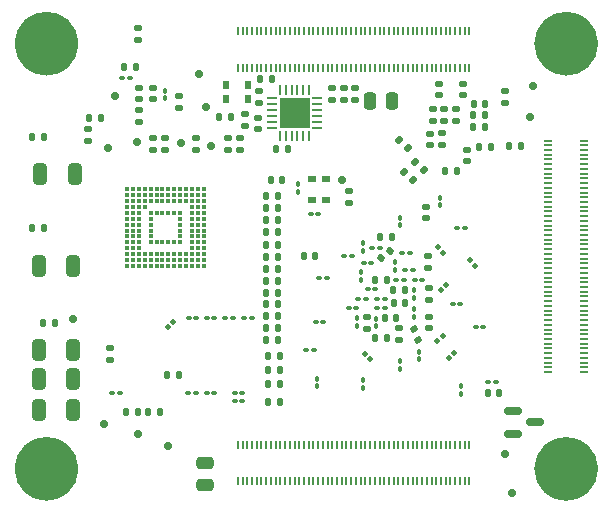
<source format=gbs>
G04 #@! TF.GenerationSoftware,KiCad,Pcbnew,8.0.0~rc2-1e5b68cb87~176~ubuntu22.04.1*
G04 #@! TF.CreationDate,2024-06-10T16:32:28+02:00*
G04 #@! TF.ProjectId,prova_fpga,70726f76-615f-4667-9067-612e6b696361,rev?*
G04 #@! TF.SameCoordinates,Original*
G04 #@! TF.FileFunction,Soldermask,Bot*
G04 #@! TF.FilePolarity,Negative*
%FSLAX46Y46*%
G04 Gerber Fmt 4.6, Leading zero omitted, Abs format (unit mm)*
G04 Created by KiCad (PCBNEW 8.0.0~rc2-1e5b68cb87~176~ubuntu22.04.1) date 2024-06-10 16:32:28*
%MOMM*%
%LPD*%
G01*
G04 APERTURE LIST*
G04 Aperture macros list*
%AMRoundRect*
0 Rectangle with rounded corners*
0 $1 Rounding radius*
0 $2 $3 $4 $5 $6 $7 $8 $9 X,Y pos of 4 corners*
0 Add a 4 corners polygon primitive as box body*
4,1,4,$2,$3,$4,$5,$6,$7,$8,$9,$2,$3,0*
0 Add four circle primitives for the rounded corners*
1,1,$1+$1,$2,$3*
1,1,$1+$1,$4,$5*
1,1,$1+$1,$6,$7*
1,1,$1+$1,$8,$9*
0 Add four rect primitives between the rounded corners*
20,1,$1+$1,$2,$3,$4,$5,0*
20,1,$1+$1,$4,$5,$6,$7,0*
20,1,$1+$1,$6,$7,$8,$9,0*
20,1,$1+$1,$8,$9,$2,$3,0*%
G04 Aperture macros list end*
%ADD10C,2.700005*%
%ADD11C,2.700000*%
%ADD12RoundRect,0.135000X-0.135000X-0.185000X0.135000X-0.185000X0.135000X0.185000X-0.135000X0.185000X0*%
%ADD13RoundRect,0.100000X0.100000X-0.130000X0.100000X0.130000X-0.100000X0.130000X-0.100000X-0.130000X0*%
%ADD14RoundRect,0.100000X-0.162635X0.021213X0.021213X-0.162635X0.162635X-0.021213X-0.021213X0.162635X0*%
%ADD15RoundRect,0.135000X0.135000X0.185000X-0.135000X0.185000X-0.135000X-0.185000X0.135000X-0.185000X0*%
%ADD16C,0.700000*%
%ADD17RoundRect,0.100000X0.021213X0.162635X-0.162635X-0.021213X-0.021213X-0.162635X0.162635X0.021213X0*%
%ADD18RoundRect,0.100000X-0.100000X0.130000X-0.100000X-0.130000X0.100000X-0.130000X0.100000X0.130000X0*%
%ADD19RoundRect,0.100000X-0.130000X-0.100000X0.130000X-0.100000X0.130000X0.100000X-0.130000X0.100000X0*%
%ADD20RoundRect,0.140000X-0.140000X-0.170000X0.140000X-0.170000X0.140000X0.170000X-0.140000X0.170000X0*%
%ADD21RoundRect,0.150000X-0.587500X-0.150000X0.587500X-0.150000X0.587500X0.150000X-0.587500X0.150000X0*%
%ADD22RoundRect,0.062500X-0.062500X0.350000X-0.062500X-0.350000X0.062500X-0.350000X0.062500X0.350000X0*%
%ADD23RoundRect,0.062500X-0.350000X0.062500X-0.350000X-0.062500X0.350000X-0.062500X0.350000X0.062500X0*%
%ADD24R,2.600000X2.600000*%
%ADD25RoundRect,0.140000X-0.170000X0.140000X-0.170000X-0.140000X0.170000X-0.140000X0.170000X0.140000X0*%
%ADD26RoundRect,0.140000X0.170000X-0.140000X0.170000X0.140000X-0.170000X0.140000X-0.170000X-0.140000X0*%
%ADD27RoundRect,0.135000X-0.185000X0.135000X-0.185000X-0.135000X0.185000X-0.135000X0.185000X0.135000X0*%
%ADD28RoundRect,0.147500X0.147500X0.172500X-0.147500X0.172500X-0.147500X-0.172500X0.147500X-0.172500X0*%
%ADD29RoundRect,0.250000X0.325000X0.650000X-0.325000X0.650000X-0.325000X-0.650000X0.325000X-0.650000X0*%
%ADD30RoundRect,0.140000X0.140000X0.170000X-0.140000X0.170000X-0.140000X-0.170000X0.140000X-0.170000X0*%
%ADD31RoundRect,0.147500X0.172500X-0.147500X0.172500X0.147500X-0.172500X0.147500X-0.172500X-0.147500X0*%
%ADD32RoundRect,0.100000X0.130000X0.100000X-0.130000X0.100000X-0.130000X-0.100000X0.130000X-0.100000X0*%
%ADD33RoundRect,0.135000X0.185000X-0.135000X0.185000X0.135000X-0.185000X0.135000X-0.185000X-0.135000X0*%
%ADD34R,0.200000X0.700000*%
%ADD35RoundRect,0.250000X-0.250000X-0.475000X0.250000X-0.475000X0.250000X0.475000X-0.250000X0.475000X0*%
%ADD36RoundRect,0.250000X0.475000X-0.250000X0.475000X0.250000X-0.475000X0.250000X-0.475000X-0.250000X0*%
%ADD37RoundRect,0.147500X-0.147500X-0.172500X0.147500X-0.172500X0.147500X0.172500X-0.147500X0.172500X0*%
%ADD38RoundRect,0.135000X0.226274X0.035355X0.035355X0.226274X-0.226274X-0.035355X-0.035355X-0.226274X0*%
%ADD39C,0.390000*%
%ADD40RoundRect,0.135000X0.220016X-0.063585X0.127670X0.190132X-0.220016X0.063585X-0.127670X-0.190132X0*%
%ADD41RoundRect,0.100000X-0.021213X-0.162635X0.162635X0.021213X0.021213X0.162635X-0.162635X-0.021213X0*%
%ADD42RoundRect,0.135000X-0.226274X-0.035355X-0.035355X-0.226274X0.226274X0.035355X0.035355X0.226274X0*%
%ADD43R,0.800000X0.600000*%
%ADD44R,0.700000X0.200000*%
%ADD45R,0.600000X0.800000*%
%ADD46RoundRect,0.140000X-0.002028X0.220218X-0.216520X0.040237X0.002028X-0.220218X0.216520X-0.040237X0*%
%ADD47RoundRect,0.147500X-0.172500X0.147500X-0.172500X-0.147500X0.172500X-0.147500X0.172500X0.147500X0*%
G04 APERTURE END LIST*
D10*
X111850002Y-94000000D02*
G75*
G02*
X109149998Y-94000000I-1350002J0D01*
G01*
X109149998Y-94000000D02*
G75*
G02*
X111850002Y-94000000I1350002J0D01*
G01*
X155850002Y-94000000D02*
G75*
G02*
X153149998Y-94000000I-1350002J0D01*
G01*
X153149998Y-94000000D02*
G75*
G02*
X155850002Y-94000000I1350002J0D01*
G01*
X111850002Y-130000000D02*
G75*
G02*
X109149998Y-130000000I-1350002J0D01*
G01*
X109149998Y-130000000D02*
G75*
G02*
X111850002Y-130000000I1350002J0D01*
G01*
X155850002Y-130000000D02*
G75*
G02*
X153149998Y-130000000I-1350002J0D01*
G01*
X153149998Y-130000000D02*
G75*
G02*
X155850002Y-130000000I1350002J0D01*
G01*
D11*
X110500000Y-94000000D03*
X154500000Y-94000000D03*
X110500000Y-130000000D03*
X154500000Y-130000000D03*
D12*
X138290000Y-118950000D03*
X139310000Y-118950000D03*
D13*
X131800000Y-106545000D03*
X131800000Y-105905000D03*
D14*
X146323726Y-112333726D03*
X146776274Y-112786274D03*
D15*
X130110000Y-118080000D03*
X129090000Y-118080000D03*
X130110000Y-112060000D03*
X129090000Y-112060000D03*
D16*
X149300000Y-128700000D03*
D17*
X144356274Y-114443726D03*
X143903726Y-114896274D03*
D18*
X136750000Y-117255000D03*
X136750000Y-117895000D03*
D16*
X118210000Y-127020000D03*
D19*
X136104998Y-116400000D03*
X136744998Y-116400000D03*
D20*
X132295000Y-111975000D03*
X133255000Y-111975000D03*
D12*
X109250000Y-109600000D03*
X110270000Y-109600000D03*
D21*
X149962500Y-127012500D03*
X149962500Y-125112500D03*
X151837500Y-126062500D03*
D22*
X130250000Y-97937500D03*
X130750000Y-97937500D03*
X131250000Y-97937500D03*
X131750000Y-97937500D03*
X132250000Y-97937500D03*
X132750000Y-97937500D03*
D23*
X133437500Y-98625000D03*
X133437500Y-99125000D03*
X133437500Y-99625000D03*
X133437500Y-100125000D03*
X133437500Y-100625000D03*
X133437500Y-101125000D03*
D22*
X132750000Y-101812500D03*
X132250000Y-101812500D03*
X131750000Y-101812500D03*
X131250000Y-101812500D03*
X130750000Y-101812500D03*
X130250000Y-101812500D03*
D23*
X129562500Y-101125000D03*
X129562500Y-100625000D03*
X129562500Y-100125000D03*
X129562500Y-99625000D03*
X129562500Y-99125000D03*
X129562500Y-98625000D03*
D24*
X131500000Y-99875000D03*
D25*
X128450000Y-100290000D03*
X128450000Y-101250000D03*
D16*
X120800000Y-128100000D03*
D26*
X121700000Y-99405000D03*
X121700000Y-98445000D03*
D25*
X142650000Y-107795000D03*
X142650000Y-108755000D03*
D27*
X126900000Y-101990000D03*
X126900000Y-103010000D03*
D28*
X140825000Y-114870000D03*
X139855000Y-114870000D03*
D29*
X112775000Y-112800000D03*
X109825000Y-112800000D03*
D30*
X140130000Y-117190000D03*
X139170000Y-117190000D03*
D31*
X144175000Y-100510000D03*
X144175000Y-99540000D03*
D19*
X124054998Y-117199999D03*
X124694998Y-117199999D03*
X144880000Y-116000000D03*
X145520000Y-116000000D03*
D32*
X145920000Y-109600000D03*
X145280000Y-109600000D03*
D33*
X127300000Y-101010000D03*
X127300000Y-99990000D03*
D16*
X118150000Y-102300000D03*
D18*
X140390000Y-120880000D03*
X140390000Y-121520000D03*
D28*
X130455000Y-105530000D03*
X129485000Y-105530000D03*
D20*
X138329998Y-113969999D03*
X139289998Y-113969999D03*
D27*
X118250000Y-92690000D03*
X118250000Y-93710000D03*
D14*
X143648726Y-111248726D03*
X144101274Y-111701274D03*
D13*
X143825000Y-107670000D03*
X143825000Y-107030000D03*
D16*
X123400000Y-96600000D03*
D19*
X126440000Y-124274999D03*
X127080000Y-124274999D03*
D15*
X129635000Y-97000000D03*
X128615000Y-97000000D03*
D32*
X137990000Y-112550000D03*
X137350000Y-112550000D03*
D33*
X118300000Y-100610000D03*
X118300000Y-99590000D03*
D12*
X109240000Y-101875000D03*
X110260000Y-101875000D03*
D29*
X112775000Y-119900000D03*
X109825000Y-119900000D03*
D32*
X139119998Y-116389999D03*
X138479998Y-116389999D03*
D18*
X145600000Y-122980000D03*
X145600000Y-123620000D03*
D19*
X140100000Y-113999999D03*
X140740000Y-113999999D03*
D15*
X118060000Y-96000000D03*
X117040000Y-96000000D03*
D34*
X126700000Y-92960000D03*
X126700000Y-96040000D03*
X127100000Y-92960000D03*
X127100000Y-96040000D03*
X127500000Y-92960000D03*
X127500000Y-96040000D03*
X127900000Y-92960000D03*
X127900000Y-96040000D03*
X128300000Y-92960000D03*
X128300000Y-96040000D03*
X128700000Y-92960000D03*
X128700000Y-96040000D03*
X129100000Y-92960000D03*
X129100000Y-96040000D03*
X129500000Y-92960000D03*
X129500000Y-96040000D03*
X129900000Y-92960000D03*
X129900000Y-96040000D03*
X130300000Y-92960000D03*
X130300000Y-96040000D03*
X130700000Y-92960000D03*
X130700000Y-96040000D03*
X131100000Y-92960000D03*
X131100000Y-96040000D03*
X131500000Y-92960000D03*
X131500000Y-96040000D03*
X131900000Y-92960000D03*
X131900000Y-96040000D03*
X132300000Y-92960000D03*
X132300000Y-96040000D03*
X132700000Y-92960000D03*
X132700000Y-96040000D03*
X133100000Y-92960000D03*
X133100000Y-96040000D03*
X133500000Y-92960000D03*
X133500000Y-96040000D03*
X133900000Y-92960000D03*
X133900000Y-96040000D03*
X134300000Y-92960000D03*
X134300000Y-96040000D03*
X134700000Y-92960000D03*
X134700000Y-96040000D03*
X135100000Y-92960000D03*
X135100000Y-96040000D03*
X135500000Y-92960000D03*
X135500000Y-96040000D03*
X135900000Y-92960000D03*
X135900000Y-96040000D03*
X136300000Y-92960000D03*
X136300000Y-96040000D03*
X136700000Y-92960000D03*
X136700000Y-96040000D03*
X137100000Y-92960000D03*
X137100000Y-96040000D03*
X137500000Y-92960000D03*
X137500000Y-96040000D03*
X137900000Y-92960000D03*
X137900000Y-96040000D03*
X138300000Y-92960000D03*
X138300000Y-96040000D03*
X138700000Y-92960000D03*
X138700000Y-96040000D03*
X139100000Y-92960000D03*
X139100000Y-96040000D03*
X139500000Y-92960000D03*
X139500000Y-96040000D03*
X139900000Y-92960000D03*
X139900000Y-96040000D03*
X140300000Y-92960000D03*
X140300000Y-96040000D03*
X140700000Y-92960000D03*
X140700000Y-96040000D03*
X141100000Y-92960000D03*
X141100000Y-96040000D03*
X141500000Y-92960000D03*
X141500000Y-96040000D03*
X141900000Y-92960000D03*
X141900000Y-96040000D03*
X142300000Y-92960000D03*
X142300000Y-96040000D03*
X142700000Y-92960000D03*
X142700000Y-96040000D03*
X143100000Y-92960000D03*
X143100000Y-96040000D03*
X143500000Y-92960000D03*
X143500000Y-96040000D03*
X143900000Y-92960000D03*
X143900000Y-96040000D03*
X144300000Y-92960000D03*
X144300000Y-96040000D03*
X144700000Y-92960000D03*
X144700000Y-96040000D03*
X145100000Y-92960000D03*
X145100000Y-96040000D03*
X145500000Y-92960000D03*
X145500000Y-96040000D03*
X145900000Y-92960000D03*
X145900000Y-96040000D03*
X146300000Y-92960000D03*
X146300000Y-96040000D03*
D16*
X116300000Y-98450000D03*
D17*
X145036274Y-120163726D03*
X144583726Y-120616274D03*
D15*
X130109998Y-117049999D03*
X129089998Y-117049999D03*
X130110000Y-119110000D03*
X129090000Y-119110000D03*
D27*
X115860000Y-119760000D03*
X115860000Y-120780000D03*
D32*
X133495000Y-108450000D03*
X132855000Y-108450000D03*
D35*
X137850000Y-98840000D03*
X139750000Y-98840000D03*
D19*
X141680000Y-114000000D03*
X142320000Y-114000000D03*
X138480000Y-115600000D03*
X139120000Y-115600000D03*
D15*
X118240000Y-125180000D03*
X117220000Y-125180000D03*
D26*
X142975000Y-102605000D03*
X142975000Y-101645000D03*
D36*
X123910000Y-131390000D03*
X123910000Y-129490000D03*
D15*
X130260000Y-122850000D03*
X129240000Y-122850000D03*
D25*
X143760000Y-97410000D03*
X143760000Y-98370000D03*
D30*
X130930000Y-102920000D03*
X129970000Y-102920000D03*
D19*
X122554998Y-117199999D03*
X123194998Y-117199999D03*
D15*
X121709998Y-122074999D03*
X120689998Y-122074999D03*
D19*
X137679998Y-114799999D03*
X138319998Y-114799999D03*
D37*
X138764999Y-110375002D03*
X139734999Y-110375000D03*
D19*
X116930000Y-96900000D03*
X117570000Y-96900000D03*
D33*
X149320000Y-99020000D03*
X149320000Y-98000000D03*
D30*
X140860000Y-115970000D03*
X139900000Y-115970000D03*
D19*
X140879998Y-113200000D03*
X141519998Y-113200000D03*
X138079999Y-111275000D03*
X138719999Y-111275000D03*
D18*
X137300000Y-122480000D03*
X137300000Y-123120000D03*
D31*
X135650000Y-98735000D03*
X135650000Y-97765000D03*
D15*
X130110000Y-108920000D03*
X129090000Y-108920000D03*
D38*
X142421248Y-104721248D03*
X141700000Y-104000000D03*
D16*
X112720000Y-117300000D03*
D32*
X136370000Y-112000000D03*
X135730000Y-112000000D03*
D15*
X130110000Y-109970000D03*
X129090000Y-109970000D03*
D18*
X139999999Y-112480001D03*
X139999999Y-113120001D03*
D15*
X120150000Y-125190000D03*
X119130000Y-125190000D03*
X150670000Y-102650000D03*
X149650000Y-102650000D03*
D16*
X115400000Y-126200000D03*
D15*
X130110000Y-111024999D03*
X129090000Y-111024999D03*
D33*
X143975000Y-102584999D03*
X143975000Y-101565001D03*
D12*
X147090000Y-102750000D03*
X148110000Y-102750000D03*
D33*
X119500000Y-103010000D03*
X119500000Y-101990000D03*
D39*
X117314998Y-106319999D03*
X117314998Y-106819999D03*
X117314998Y-107319999D03*
X117314998Y-107819999D03*
X117314998Y-108319999D03*
X117314998Y-108819999D03*
X117314998Y-109319999D03*
X117314998Y-109819999D03*
X117314998Y-110319999D03*
X117314998Y-110819999D03*
X117314998Y-111319999D03*
X117314998Y-111819999D03*
X117314998Y-112319999D03*
X117314998Y-112819999D03*
X117814998Y-106319999D03*
X117814998Y-106819999D03*
X117814998Y-107319999D03*
X117814998Y-107819999D03*
X117814998Y-108319999D03*
X117814998Y-108819999D03*
X117814998Y-109319999D03*
X117814998Y-109819999D03*
X117814998Y-110319999D03*
X117814998Y-110819999D03*
X117814998Y-111319999D03*
X117814998Y-111819999D03*
X117814998Y-112319999D03*
X117814998Y-112819999D03*
X118314998Y-106319999D03*
X118314998Y-106819999D03*
X118314998Y-107319999D03*
X118314998Y-107819999D03*
X118314998Y-108319999D03*
X118314998Y-108819999D03*
X118314998Y-109319999D03*
X118314998Y-109819999D03*
X118314998Y-110319999D03*
X118314998Y-110819999D03*
X118314998Y-111319999D03*
X118314998Y-111819999D03*
X118314998Y-112319999D03*
X118314998Y-112819999D03*
X118814998Y-106319999D03*
X118814998Y-106819999D03*
X118814998Y-107319999D03*
X118814998Y-107819999D03*
X118814998Y-111819999D03*
X118814998Y-112319999D03*
X118814998Y-112819999D03*
X119314998Y-106319999D03*
X119314998Y-106819999D03*
X119314998Y-107319999D03*
X119314998Y-108319999D03*
X119314998Y-108819999D03*
X119314998Y-109319999D03*
X119314998Y-109819999D03*
X119314998Y-110319999D03*
X119314998Y-110819999D03*
X119314998Y-111819999D03*
X119314998Y-112319999D03*
X119314998Y-112819999D03*
X119814998Y-106319999D03*
X119814998Y-106819999D03*
X119814998Y-107319999D03*
X119814998Y-108319999D03*
X119814998Y-110819999D03*
X119814998Y-111819999D03*
X119814998Y-112319999D03*
X119814998Y-112819999D03*
X120314998Y-106319999D03*
X120314998Y-106819999D03*
X120314998Y-107319999D03*
X120314998Y-108319999D03*
X120314998Y-110819999D03*
X120314998Y-111819999D03*
X120314998Y-112319999D03*
X120314998Y-112819999D03*
X120814998Y-106319999D03*
X120814998Y-106819999D03*
X120814998Y-107319999D03*
X120814998Y-108319999D03*
X120814998Y-110819999D03*
X120814998Y-111819999D03*
X120814998Y-112319999D03*
X120814998Y-112819999D03*
X121314998Y-106319999D03*
X121314998Y-106819999D03*
X121314998Y-107319999D03*
X121314998Y-108319999D03*
X121314998Y-110819999D03*
X121314998Y-111819999D03*
X121314998Y-112319999D03*
X121314998Y-112819999D03*
X121814998Y-106319999D03*
X121814998Y-106819999D03*
X121814998Y-107319999D03*
X121814998Y-108319999D03*
X121814998Y-108819999D03*
X121814998Y-109319999D03*
X121814998Y-109819999D03*
X121814998Y-110319999D03*
X121814998Y-110819999D03*
X121814998Y-111819999D03*
X121814998Y-112319999D03*
X121814998Y-112819999D03*
X122314998Y-106319999D03*
X122314998Y-106819999D03*
X122314998Y-107319999D03*
X122314998Y-111819999D03*
X122314998Y-112319999D03*
X122314998Y-112819999D03*
X122814998Y-106319999D03*
X122814998Y-106819999D03*
X122814998Y-107319999D03*
X122814998Y-107819999D03*
X122814998Y-108319999D03*
X122814998Y-108819999D03*
X122814998Y-109319999D03*
X122814998Y-109819999D03*
X122814998Y-110319999D03*
X122814998Y-110819999D03*
X122814998Y-111319999D03*
X122814998Y-111819999D03*
X122814998Y-112319999D03*
X122814998Y-112819999D03*
X123314998Y-106319999D03*
X123314998Y-106819999D03*
X123314998Y-107319999D03*
X123314998Y-107819999D03*
X123314998Y-108319999D03*
X123314998Y-108819999D03*
X123314998Y-109319999D03*
X123314998Y-109819999D03*
X123314998Y-110319999D03*
X123314998Y-110819999D03*
X123314998Y-111319999D03*
X123314998Y-111819999D03*
X123314998Y-112319999D03*
X123314998Y-112819999D03*
X123814998Y-106319999D03*
X123814998Y-106819999D03*
X123814998Y-107319999D03*
X123814998Y-107819999D03*
X123814998Y-108319999D03*
X123814998Y-108819999D03*
X123814998Y-109319999D03*
X123814998Y-109819999D03*
X123814998Y-110319999D03*
X123814998Y-110819999D03*
X123814998Y-111319999D03*
X123814998Y-111819999D03*
X123814998Y-112319999D03*
X123814998Y-112819999D03*
D15*
X147635000Y-101025000D03*
X146615000Y-101025000D03*
D40*
X141974430Y-119079243D03*
X141625570Y-118120757D03*
D13*
X120500000Y-98620000D03*
X120500000Y-97980000D03*
D25*
X145750000Y-97400000D03*
X145750000Y-98360000D03*
D29*
X112875000Y-105000000D03*
X109925000Y-105000000D03*
D41*
X143598726Y-119201274D03*
X144051274Y-118748726D03*
X120798724Y-117976273D03*
X121251272Y-117523725D03*
D26*
X145175000Y-100530000D03*
X145175000Y-99570000D03*
D19*
X132510000Y-119960000D03*
X133150000Y-119960000D03*
X133279998Y-117549999D03*
X133919998Y-117549999D03*
D42*
X140809376Y-104849376D03*
X141530624Y-105570624D03*
D13*
X141640000Y-115520000D03*
X141640000Y-114880000D03*
X142000000Y-120720000D03*
X142000000Y-120080000D03*
D16*
X115700000Y-102800000D03*
D15*
X126150000Y-100200000D03*
X125130000Y-100200000D03*
D33*
X125900000Y-103010000D03*
X125900000Y-101990000D03*
D32*
X116710000Y-123599999D03*
X116070000Y-123599999D03*
D27*
X140340000Y-118060000D03*
X140340000Y-119080000D03*
D20*
X147845000Y-123600000D03*
X148805000Y-123600000D03*
D16*
X121850000Y-102400000D03*
X149900000Y-132000000D03*
D13*
X140400000Y-109370000D03*
X140400000Y-108730000D03*
D42*
X140364376Y-102114376D03*
X141085624Y-102835624D03*
D43*
X132950000Y-107250000D03*
X132950000Y-105450000D03*
X134150000Y-105450000D03*
X134150000Y-107250000D03*
D15*
X130260000Y-120450000D03*
X129240000Y-120450000D03*
D19*
X146860000Y-118020000D03*
X147500000Y-118020000D03*
D16*
X151730000Y-97620000D03*
X151430000Y-100230000D03*
D29*
X112775000Y-122400000D03*
X109825000Y-122400000D03*
D26*
X134650000Y-98730000D03*
X134650000Y-97770000D03*
D27*
X120500000Y-101990000D03*
X120500000Y-103010000D03*
D44*
X156040000Y-102200000D03*
X152960000Y-102200000D03*
X156040000Y-102600000D03*
X152960000Y-102600000D03*
X156040000Y-103000000D03*
X152960000Y-103000000D03*
X156040000Y-103400000D03*
X152960000Y-103400000D03*
X156040000Y-103800000D03*
X152960000Y-103800000D03*
X156040000Y-104200000D03*
X152960000Y-104200000D03*
X156040000Y-104600000D03*
X152960000Y-104600000D03*
X156040000Y-105000000D03*
X152960000Y-105000000D03*
X156040000Y-105400000D03*
X152960000Y-105400000D03*
X156040000Y-105800000D03*
X152960000Y-105800000D03*
X156040000Y-106200000D03*
X152960000Y-106200000D03*
X156040000Y-106600000D03*
X152960000Y-106600000D03*
X156040000Y-107000000D03*
X152960000Y-107000000D03*
X156040000Y-107400000D03*
X152960000Y-107400000D03*
X156040000Y-107800000D03*
X152960000Y-107800000D03*
X156040000Y-108200000D03*
X152960000Y-108200000D03*
X156040000Y-108600000D03*
X152960000Y-108600000D03*
X156040000Y-109000000D03*
X152960000Y-109000000D03*
X156040000Y-109400000D03*
X152960000Y-109400000D03*
X156040000Y-109800000D03*
X152960000Y-109800000D03*
X156040000Y-110200000D03*
X152960000Y-110200000D03*
X156040000Y-110600000D03*
X152960000Y-110600000D03*
X156040000Y-111000000D03*
X152960000Y-111000000D03*
X156040000Y-111400000D03*
X152960000Y-111400000D03*
X156040000Y-111800000D03*
X152960000Y-111800000D03*
X156040000Y-112200000D03*
X152960000Y-112200000D03*
X156040000Y-112600000D03*
X152960000Y-112600000D03*
X156040000Y-113000000D03*
X152960000Y-113000000D03*
X156040000Y-113400000D03*
X152960000Y-113400000D03*
X156040000Y-113800000D03*
X152960000Y-113800000D03*
X156040000Y-114200000D03*
X152960000Y-114200000D03*
X156040000Y-114600000D03*
X152960000Y-114600000D03*
X156040000Y-115000000D03*
X152960000Y-115000000D03*
X156040000Y-115400000D03*
X152960000Y-115400000D03*
X156040000Y-115800000D03*
X152960000Y-115800000D03*
X156040000Y-116200000D03*
X152960000Y-116200000D03*
X156040000Y-116600000D03*
X152960000Y-116600000D03*
X156040000Y-117000000D03*
X152960000Y-117000000D03*
X156040000Y-117400000D03*
X152960000Y-117400000D03*
X156040000Y-117800000D03*
X152960000Y-117800000D03*
X156040000Y-118200000D03*
X152960000Y-118200000D03*
X156040000Y-118600000D03*
X152960000Y-118600000D03*
X156040000Y-119000000D03*
X152960000Y-119000000D03*
X156040000Y-119400000D03*
X152960000Y-119400000D03*
X156040000Y-119800000D03*
X152960000Y-119800000D03*
X156040000Y-120200000D03*
X152960000Y-120200000D03*
X156040000Y-120600000D03*
X152960000Y-120600000D03*
X156040000Y-121000000D03*
X152960000Y-121000000D03*
X156040000Y-121400000D03*
X152960000Y-121400000D03*
X156040000Y-121800000D03*
X152960000Y-121800000D03*
D15*
X130110000Y-113080000D03*
X129090000Y-113080000D03*
D19*
X126429998Y-123599999D03*
X127069998Y-123599999D03*
X136880000Y-115600000D03*
X137520000Y-115600000D03*
D18*
X138400000Y-117280000D03*
X138400000Y-117920000D03*
D32*
X127894998Y-117199999D03*
X127254998Y-117199999D03*
X134219998Y-113849999D03*
X133579998Y-113849999D03*
D16*
X124000000Y-99400000D03*
D15*
X130110000Y-107910000D03*
X129090000Y-107910000D03*
D13*
X141600000Y-117120000D03*
X141600000Y-116480000D03*
D25*
X136600000Y-97770000D03*
X136600000Y-98730000D03*
D27*
X128525000Y-98030000D03*
X128525000Y-99050000D03*
D33*
X123200000Y-103010000D03*
X123200000Y-101990000D03*
D15*
X130110000Y-114110000D03*
X129090000Y-114110000D03*
D18*
X137300000Y-110880000D03*
X137300000Y-111520000D03*
D12*
X114115000Y-100275000D03*
X115135000Y-100275000D03*
D15*
X130110000Y-106900000D03*
X129090000Y-106900000D03*
D32*
X126294998Y-117224999D03*
X125654998Y-117224999D03*
D12*
X110180000Y-117670000D03*
X111200000Y-117670000D03*
D16*
X135550000Y-105500000D03*
D26*
X142810000Y-112950000D03*
X142810000Y-111990000D03*
X119550000Y-98680000D03*
X119550000Y-97720000D03*
X137600000Y-118129999D03*
X137600000Y-117169999D03*
D25*
X143225000Y-99545000D03*
X143225000Y-100505000D03*
D13*
X133400000Y-123020000D03*
X133400000Y-122380000D03*
D16*
X124450000Y-102700000D03*
D25*
X142890000Y-114710000D03*
X142890000Y-115670000D03*
D15*
X145230000Y-104800000D03*
X144210000Y-104800000D03*
D19*
X140630000Y-111750000D03*
X141270000Y-111750000D03*
D15*
X130260000Y-124300000D03*
X129240000Y-124300000D03*
X130110000Y-116040000D03*
X129090000Y-116040000D03*
D27*
X136100000Y-106490000D03*
X136100000Y-107510000D03*
D33*
X114025000Y-102260000D03*
X114025000Y-101240000D03*
D15*
X130100000Y-115100000D03*
X129080000Y-115100000D03*
X130260000Y-121650000D03*
X129240000Y-121650000D03*
D18*
X137124999Y-113355001D03*
X137124999Y-113995001D03*
D45*
X125725000Y-97525000D03*
X127525000Y-97525000D03*
X127525000Y-98725000D03*
X125725000Y-98725000D03*
D19*
X147900000Y-122630000D03*
X148540000Y-122630000D03*
D46*
X139587700Y-111541463D03*
X138852298Y-112158539D03*
D47*
X118300000Y-97715000D03*
X118300000Y-98685000D03*
D29*
X112775000Y-125000000D03*
X109825000Y-125000000D03*
D12*
X146640000Y-100075000D03*
X147660000Y-100075000D03*
D30*
X147655000Y-99125000D03*
X146695000Y-99125000D03*
D34*
X126700000Y-127960000D03*
X126700000Y-131040000D03*
X127100000Y-127960000D03*
X127100000Y-131040000D03*
X127500000Y-127960000D03*
X127500000Y-131040000D03*
X127900000Y-127960000D03*
X127900000Y-131040000D03*
X128300000Y-127960000D03*
X128300000Y-131040000D03*
X128700000Y-127960000D03*
X128700000Y-131040000D03*
X129100000Y-127960000D03*
X129100000Y-131040000D03*
X129500000Y-127960000D03*
X129500000Y-131040000D03*
X129900000Y-127960000D03*
X129900000Y-131040000D03*
X130300000Y-127960000D03*
X130300000Y-131040000D03*
X130700000Y-127960000D03*
X130700000Y-131040000D03*
X131100000Y-127960000D03*
X131100000Y-131040000D03*
X131500000Y-127960000D03*
X131500000Y-131040000D03*
X131900000Y-127960000D03*
X131900000Y-131040000D03*
X132300000Y-127960000D03*
X132300000Y-131040000D03*
X132700000Y-127960000D03*
X132700000Y-131040000D03*
X133100000Y-127960000D03*
X133100000Y-131040000D03*
X133500000Y-127960000D03*
X133500000Y-131040000D03*
X133900000Y-127960000D03*
X133900000Y-131040000D03*
X134300000Y-127960000D03*
X134300000Y-131040000D03*
X134700000Y-127960000D03*
X134700000Y-131040000D03*
X135100000Y-127960000D03*
X135100000Y-131040000D03*
X135500000Y-127960000D03*
X135500000Y-131040000D03*
X135900000Y-127960000D03*
X135900000Y-131040000D03*
X136300000Y-127960000D03*
X136300000Y-131040000D03*
X136700000Y-127960000D03*
X136700000Y-131040000D03*
X137100000Y-127960000D03*
X137100000Y-131040000D03*
X137500000Y-127960000D03*
X137500000Y-131040000D03*
X137900000Y-127960000D03*
X137900000Y-131040000D03*
X138300000Y-127960000D03*
X138300000Y-131040000D03*
X138700000Y-127960000D03*
X138700000Y-131040000D03*
X139100000Y-127960000D03*
X139100000Y-131040000D03*
X139500000Y-127960000D03*
X139500000Y-131040000D03*
X139900000Y-127960000D03*
X139900000Y-131040000D03*
X140300000Y-127960000D03*
X140300000Y-131040000D03*
X140700000Y-127960000D03*
X140700000Y-131040000D03*
X141100000Y-127960000D03*
X141100000Y-131040000D03*
X141500000Y-127960000D03*
X141500000Y-131040000D03*
X141900000Y-127960000D03*
X141900000Y-131040000D03*
X142300000Y-127960000D03*
X142300000Y-131040000D03*
X142700000Y-127960000D03*
X142700000Y-131040000D03*
X143100000Y-127960000D03*
X143100000Y-131040000D03*
X143500000Y-127960000D03*
X143500000Y-131040000D03*
X143900000Y-127960000D03*
X143900000Y-131040000D03*
X144300000Y-127960000D03*
X144300000Y-131040000D03*
X144700000Y-127960000D03*
X144700000Y-131040000D03*
X145100000Y-127960000D03*
X145100000Y-131040000D03*
X145500000Y-127960000D03*
X145500000Y-131040000D03*
X145900000Y-127960000D03*
X145900000Y-131040000D03*
X146300000Y-127960000D03*
X146300000Y-131040000D03*
D19*
X122479998Y-123599999D03*
X123119998Y-123599999D03*
D32*
X124719998Y-123599999D03*
X124079998Y-123599999D03*
D14*
X137473726Y-120273726D03*
X137926274Y-120726274D03*
D26*
X146100000Y-103955000D03*
X146100000Y-102995000D03*
X142900000Y-118080000D03*
X142900000Y-117120000D03*
M02*

</source>
